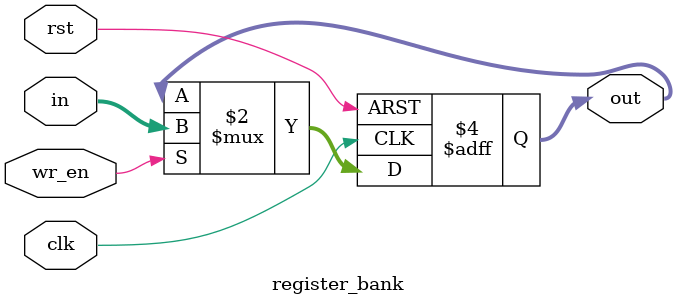
<source format=v>
module register_bank #(
  parameter WIDTH = 8
  )(
  input clk,
  input rst,
  input wr_en,
  input [WIDTH-1:0] in,
  output reg [WIDTH-1:0] out
);

  always @(posedge clk or posedge rst) begin
    if(rst) out <= 0;
    else if(wr_en) out <= in;
  end

endmodule

</source>
